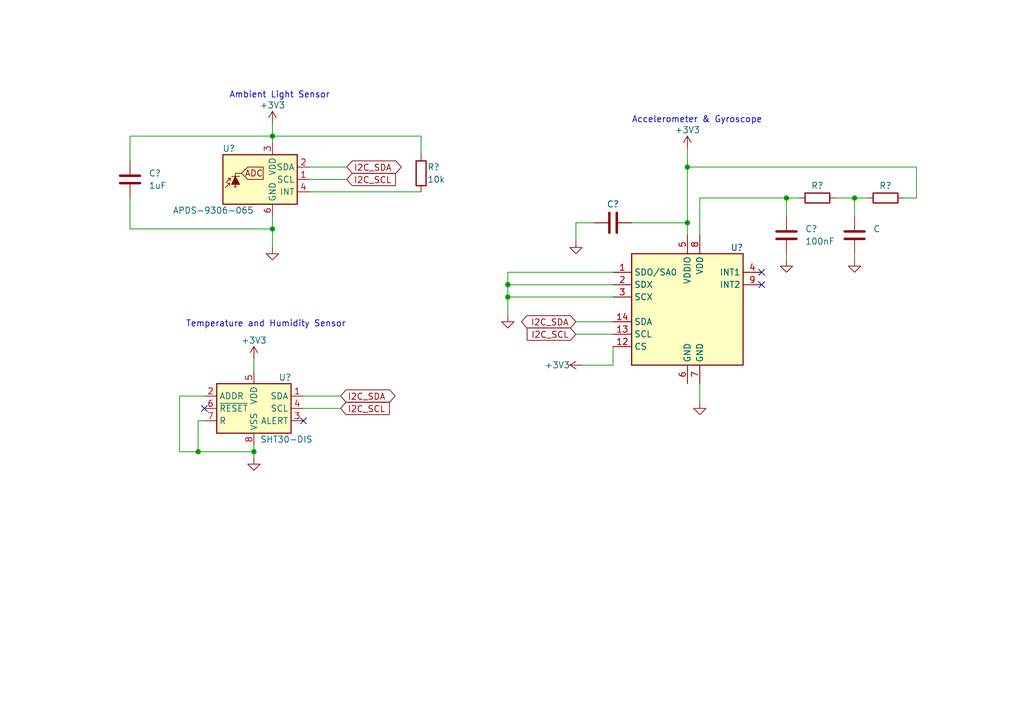
<source format=kicad_sch>
(kicad_sch (version 20211123) (generator eeschema)
  (paper "A5")
  (lib_symbols
    (symbol "Device:C" (pin_numbers hide) (pin_names (offset 0.254))
      (property "Reference" "C" (at 0.635 2.54 0))
      (property "Value" "C" (at 0.635 -2.54 0))
      (symbol "C_0_1"
        (polyline (pts (xy -2.032 -0.762) (xy 2.032 -0.762)) (stroke (width 0.508)))
        (polyline (pts (xy -2.032 0.762) (xy 2.032 0.762)) (stroke (width 0.508)))
      )
      (symbol "C_1_1"
        (pin passive line (at 0 3.81 270) (length 2.794) (name "~") (number "1"))
        (pin passive line (at 0 -3.81 90) (length 2.794) (name "~") (number "2"))
      )
    )
    (symbol "Device:R" (pin_numbers hide) (pin_names (offset 0))
      (property "Reference" "R" (at 2.032 0 90))
      (property "Value" "R" (at 0 0 90))
      (symbol "R_0_1"
        (rectangle (start -1.016 -2.54) (end 1.016 2.54) (stroke (width 0.254)))
      )
      (symbol "R_1_1"
        (pin passive line (at 0 3.81 270) (length 1.27) (name "~") (number "1"))
        (pin passive line (at 0 -3.81 90) (length 1.27) (name "~") (number "2"))
      )
    )
    (symbol "Sensor_Humidity:SHT30-DIS"
      (property "Reference" "U" (at -6.35 6.35 0))
      (property "Value" "SHT30-DIS" (at 6.35 6.35 0))
      (symbol "SHT30-DIS_0_1"
        (rectangle (start -7.62 5.08) (end 7.62 -5.08) (stroke (width 0.254)) (fill (type background)))
      )
      (symbol "SHT30-DIS_1_1"
        (pin bidirectional line (at 10.16 2.54 180) (length 2.54) (name "SDA") (number "1"))
        (pin input line (at -10.16 2.54 0) (length 2.54) (name "ADDR") (number "2"))
        (pin output line (at 10.16 -2.54 180) (length 2.54) (name "ALERT") (number "3"))
        (pin input line (at 10.16 0 180) (length 2.54) (name "SCL") (number "4"))
        (pin power_in line (at 0 7.62 270) (length 2.54) (name "VDD") (number "5"))
        (pin input line (at -10.16 0 0) (length 2.54) (name "~{RESET}") (number "6"))
        (pin passive line (at -10.16 -2.54 0) (length 2.54) (name "R") (number "7"))
        (pin power_in line (at 0 -7.62 90) (length 2.54) (name "VSS") (number "8"))
        (pin passive line (at 0 -7.62 90) (length 2.54) hide (name "VSS") (number "9"))
      )
    )
    (symbol "Sensor_Motion:LSM6DS3"
      (property "Reference" "U" (at -11.43 15.24 0))
      (property "Value" "LSM6DS3" (at -11.43 12.7 0))
      (symbol "LSM6DS3_0_1"
        (rectangle (start 11.43 11.43) (end -11.43 -11.43) (stroke (width 0.254)) (fill (type background)))
      )
      (symbol "LSM6DS3_1_1"
        (pin bidirectional line (at -15.24 7.62 0) (length 3.81) (name "SDO/SA0") (number "1"))
        (pin no_connect line (at 10.16 -5.08 180) (length 3.81) hide (name "NC") (number "10"))
        (pin no_connect line (at 10.16 -2.54 180) (length 3.81) hide (name "NC") (number "11"))
        (pin input line (at -15.24 -7.62 0) (length 3.81) (name "CS") (number "12"))
        (pin input line (at -15.24 -5.08 0) (length 3.81) (name "SCL") (number "13"))
        (pin bidirectional line (at -15.24 -2.54 0) (length 3.81) (name "SDA") (number "14"))
        (pin bidirectional line (at -15.24 5.08 0) (length 3.81) (name "SDX") (number "2"))
        (pin input line (at -15.24 2.54 0) (length 3.81) (name "SCX") (number "3"))
        (pin output line (at 15.24 7.62 180) (length 3.81) (name "INT1") (number "4"))
        (pin power_in line (at 0 15.24 270) (length 3.81) (name "VDDIO") (number "5"))
        (pin power_in line (at 0 -15.24 90) (length 3.81) (name "GND") (number "6"))
        (pin power_in line (at 2.54 -15.24 90) (length 3.81) (name "GND") (number "7"))
        (pin power_in line (at 2.54 15.24 270) (length 3.81) (name "VDD") (number "8"))
        (pin output line (at 15.24 5.08 180) (length 3.81) (name "INT2") (number "9"))
      )
    )
    (symbol "Sensor_Optical:APDS-9306-065"
      (property "Reference" "U" (at -6.35 6.35 0))
      (property "Value" "APDS-9306-065" (at 3.81 6.35 0))
      (symbol "APDS-9306-065_0_0"
        (polyline (pts (xy -3.81 1.27) (xy -2.54 2.54) (xy 0.635 2.54) (xy 0.635 0) (xy -2.54 0) (xy -3.81 1.27)))
        (text "ADC" (at -1.27 1.27 0) (effects (font (size 1.27 1.27))))
      )
      (symbol "APDS-9306-065_0_1"
        (rectangle (start -7.62 5.08) (end 7.62 -5.08) (stroke (width 0.254)) (fill (type background)))
      )
      (symbol "APDS-9306-065_1_0"
        (polyline (pts (xy -5.08 -1.524) (xy -5.08 1.27) (xy -3.81 1.27)))
      )
      (symbol "APDS-9306-065_1_1"
        (polyline (pts (xy -6.223 -0.762) (xy -7.112 -1.651)))
        (polyline (pts (xy -6.223 -0.762) (xy -6.731 -0.762)))
        (polyline (pts (xy -6.223 -0.762) (xy -6.223 -1.27)))
        (polyline (pts (xy -6.096 0.254) (xy -6.985 -0.635)))
        (polyline (pts (xy -6.096 0.254) (xy -6.604 0.254)))
        (polyline (pts (xy -6.096 0.254) (xy -6.096 -0.254)))
        (polyline (pts (xy -5.842 0.635) (xy -4.191 0.635)))
        (polyline (pts (xy -4.826 -1.524) (xy -5.334 -1.524)))
        (polyline (pts (xy -5.842 -1.016) (xy -4.191 -1.016) (xy -5.08 0.635) (xy -5.842 -1.016)) (fill (type outline)))
        (pin input line (at 10.16 0 180) (length 2.54) (name "SCL") (number "1"))
        (pin bidirectional line (at 10.16 2.54 180) (length 2.54) (name "SDA") (number "2"))
        (pin power_in line (at 2.54 7.62 270) (length 2.54) (name "VDD") (number "3"))
        (pin open_collector line (at 10.16 -2.54 180) (length 2.54) (name "INT") (number "4"))
        (pin no_connect line (at -7.62 2.54 0) (length 2.54) hide (name "NC") (number "5"))
        (pin power_in line (at 2.54 -7.62 90) (length 2.54) (name "GND") (number "6"))
      )
    )
    (symbol "power:+3.3V" (power) (pin_names (offset 0))
      (property "Value" "+3.3V" (at 0 3.556 0))
      (symbol "+3.3V_0_1"
        (polyline (pts (xy -0.762 1.27) (xy 0 2.54)))
        (polyline (pts (xy 0 0) (xy 0 2.54)))
        (polyline (pts (xy 0 2.54) (xy 0.762 1.27)))
      )
      (symbol "+3.3V_1_1"
        (pin power_in line (at 0 0 90) (length 0) hide (name "+3V3") (number "1"))
      )
    )
    (symbol "power:GND" (power) (pin_names (offset 0))
      (property "Value" "GND" (at 0 -3.81 0))
      (symbol "GND_0_1"
        (polyline (pts (xy 0 0) (xy 0 -1.27) (xy 1.27 -1.27) (xy 0 -2.54) (xy -1.27 -1.27) (xy 0 -1.27)))
      )
      (symbol "GND_1_1"
        (pin power_in line (at 0 0 270) (length 0) hide (name "GND") (number "1"))
      )
    )
  )
  (junction (at 140.97 45.72))
  (junction (at 175.26 40.64))
  (junction (at 140.97 34.29))
  (junction (at 55.88 46.99))
  (junction (at 52.07 92.71))
  (junction (at 55.88 27.94))
  (junction (at 161.29 40.64))
  (junction (at 104.14 58.42))
  (junction (at 40.64 92.71))
  (junction (at 104.14 60.96))
  (no_connect (at 156.21 58.42))
  (no_connect (at 156.21 55.88))
  (no_connect (at 62.23 86.36))
  (no_connect (at 41.91 83.82))
  (wire (pts (xy 175.26 40.64) (xy 171.45 40.64)))
  (wire (pts (xy 104.14 58.42) (xy 125.73 58.42)))
  (wire (pts (xy 63.5 39.37) (xy 86.36 39.37)))
  (wire (pts (xy 52.07 92.71) (xy 52.07 93.98)))
  (wire (pts (xy 26.67 27.94) (xy 26.67 33.02)))
  (wire (pts (xy 55.88 25.4) (xy 55.88 27.94)))
  (wire (pts (xy 52.07 91.44) (xy 52.07 92.71)))
  (wire (pts (xy 104.14 60.96) (xy 125.73 60.96)))
  (wire (pts (xy 62.23 83.82) (xy 69.85 83.82)))
  (wire (pts (xy 26.67 46.99) (xy 55.88 46.99)))
  (wire (pts (xy 63.5 34.29) (xy 71.12 34.29)))
  (wire (pts (xy 125.73 68.58) (xy 118.11 68.58)))
  (wire (pts (xy 163.83 40.64) (xy 161.29 40.64)))
  (wire (pts (xy 55.88 27.94) (xy 86.36 27.94)))
  (wire (pts (xy 104.14 64.77) (xy 104.14 60.96)))
  (wire (pts (xy 104.14 55.88) (xy 104.14 58.42)))
  (wire (pts (xy 55.88 27.94) (xy 55.88 29.21)))
  (wire (pts (xy 62.23 81.28) (xy 69.85 81.28)))
  (wire (pts (xy 175.26 44.45) (xy 175.26 40.64)))
  (wire (pts (xy 175.26 40.64) (xy 177.8 40.64)))
  (wire (pts (xy 140.97 48.26) (xy 140.97 45.72)))
  (wire (pts (xy 125.73 66.04) (xy 118.11 66.04)))
  (wire (pts (xy 143.51 78.74) (xy 143.51 82.55)))
  (wire (pts (xy 26.67 27.94) (xy 55.88 27.94)))
  (wire (pts (xy 187.96 40.64) (xy 187.96 34.29)))
  (wire (pts (xy 36.83 81.28) (xy 36.83 92.71)))
  (wire (pts (xy 187.96 34.29) (xy 140.97 34.29)))
  (wire (pts (xy 41.91 81.28) (xy 36.83 81.28)))
  (wire (pts (xy 104.14 58.42) (xy 104.14 60.96)))
  (wire (pts (xy 140.97 30.48) (xy 140.97 34.29)))
  (wire (pts (xy 104.14 55.88) (xy 125.73 55.88)))
  (wire (pts (xy 55.88 46.99) (xy 55.88 50.8)))
  (wire (pts (xy 26.67 40.64) (xy 26.67 46.99)))
  (wire (pts (xy 63.5 36.83) (xy 71.12 36.83)))
  (wire (pts (xy 40.64 86.36) (xy 40.64 92.71)))
  (wire (pts (xy 185.42 40.64) (xy 187.96 40.64)))
  (wire (pts (xy 143.51 48.26) (xy 143.51 40.64)))
  (wire (pts (xy 140.97 34.29) (xy 140.97 45.72)))
  (wire (pts (xy 118.11 45.72) (xy 121.92 45.72)))
  (wire (pts (xy 118.11 45.72) (xy 118.11 49.53)))
  (wire (pts (xy 52.07 73.66) (xy 52.07 76.2)))
  (wire (pts (xy 36.83 92.71) (xy 40.64 92.71)))
  (wire (pts (xy 161.29 40.64) (xy 161.29 44.45)))
  (wire (pts (xy 125.73 71.12) (xy 125.73 74.93)))
  (wire (pts (xy 143.51 40.64) (xy 161.29 40.64)))
  (wire (pts (xy 161.29 53.34) (xy 161.29 52.07)))
  (wire (pts (xy 119.38 74.93) (xy 125.73 74.93)))
  (wire (pts (xy 40.64 92.71) (xy 52.07 92.71)))
  (wire (pts (xy 41.91 86.36) (xy 40.64 86.36)))
  (wire (pts (xy 140.97 45.72) (xy 129.54 45.72)))
  (wire (pts (xy 86.36 27.94) (xy 86.36 31.75)))
  (wire (pts (xy 55.88 44.45) (xy 55.88 46.99)))
  (wire (pts (xy 175.26 52.07) (xy 175.26 53.34)))
  (text "Temperature and Humidity Sensor" (at 38.1 67.31 0) (effects (font (size 1.27 1.27)) (justify left bottom)))
  (text "Accelerometer & Gyroscope" (at 129.54 25.4 0) (effects (font (size 1.27 1.27)) (justify left bottom)))
  (text "Ambient Light Sensor" (at 46.99 20.32 0) (effects (font (size 1.27 1.27)) (justify left bottom)))
  (global_label "I2C_SDA" (shape bidirectional) (at 71.12 34.29 0) (property "Intersheet References" "${INTERSHEET_REFS}" (effects hide)))
  (global_label "I2C_SCL" (shape input) (at 71.12 36.83 0) (property "Intersheet References" "${INTERSHEET_REFS}" (effects hide)))
  (global_label "I2C_SDA" (shape bidirectional) (at 69.85 81.28 0) (property "Intersheet References" "${INTERSHEET_REFS}" (effects hide)))
  (global_label "I2C_SCL" (shape input) (at 118.11 68.58 180) (property "Intersheet References" "${INTERSHEET_REFS}" (effects hide)))
  (global_label "I2C_SDA" (shape bidirectional) (at 118.11 66.04 180) (property "Intersheet References" "${INTERSHEET_REFS}" (effects hide)))
  (global_label "I2C_SCL" (shape input) (at 69.85 83.82 0) (property "Intersheet References" "${INTERSHEET_REFS}" (effects hide)))
  (symbol (lib_id "power:GND") (at 118.11 49.53 0) (unit 1)
    (property "Reference" "#PWR?" (effects hide))
    (property "Value" "GND" (effects hide))
  )
  (symbol (lib_id "power:GND") (at 161.29 53.34 0) (unit 1)
    (property "Reference" "#PWR?" (effects hide))
    (property "Value" "GND" (effects hide))
  )
  (symbol (lib_id "Device:C") (at 26.67 36.83 0) (unit 1)
    (property "Reference" "C?" (at 30.48 35.5599 0) (effects (justify left)))
    (property "Value" "1uF" (at 30.48 38.0999 0) (effects (justify left)))
  )
  (symbol (lib_id "power:GND") (at 55.88 50.8 0) (unit 1)
    (property "Reference" "#PWR?" (effects hide))
    (property "Value" "GND" (effects hide))
  )
  (symbol (lib_id "power:+3.3V") (at 55.88 25.4 0) (unit 1)
    (property "Reference" "#PWR?" (effects hide))
    (property "Value" "+3.3V" (at 55.88 21.59 0))
  )
  (symbol (lib_id "power:+3.3V") (at 119.38 74.93 90) (unit 1)
    (property "Reference" "#PWR?" (effects hide))
    (property "Value" "+3.3V" (at 114.3 74.93 90))
  )
  (symbol (lib_id "Sensor_Humidity:SHT30-DIS") (at 52.07 83.82 0) (unit 1)
    (property "Reference" "U?" (at 57.15 77.47 0) (effects (justify left)))
    (property "Value" "SHT30-DIS" (at 53.34 90.17 0) (effects (justify left)))
    (property "Footprint" "Sensor_Humidity:Sensirion_DFN-8-1EP_2.5x2.5mm_P0.5mm_EP1.1x1.7mm" (effects hide))
    (property "Datasheet" "https://www.sensirion.com/fileadmin/user_upload/customers/sensirion/Dokumente/2_Humidity_Sensors/Datasheets/Sensirion_Humidity_Sensors_SHT3x_Datasheet_digital.pdf" (effects hide))
  )
  (symbol (lib_id "power:+3.3V") (at 140.97 30.48 0) (unit 1)
    (property "Reference" "#PWR?" (effects hide))
    (property "Value" "+3.3V" (at 140.97 26.67 0))
  )
  (symbol (lib_id "power:GND") (at 52.07 93.98 0) (unit 1)
    (property "Reference" "#PWR?" (effects hide))
    (property "Value" "GND" (effects hide))
  )
  (symbol (lib_id "Device:R") (at 86.36 35.56 0) (unit 1)
    (property "Reference" "R?" (at 87.63 34.29 0) (effects (justify left)))
    (property "Value" "10k" (at 87.63 36.83 0) (effects (justify left)))
  )
  (symbol (lib_id "Sensor_Optical:APDS-9306-065") (at 53.34 36.83 0) (unit 1)
    (property "Reference" "U?" (at 48.26 30.48 0) (effects (justify right)))
    (property "Value" "APDS-9306-065" (at 52.07 43.18 0) (effects (justify right)))
    (property "Footprint" "OptoDevice:Broadcom_DFN-6_2x2mm_P0.65mm" (effects hide))
    (property "Datasheet" "https://docs.broadcom.com/docs/AV02-4755EN" (effects hide))
  )
  (symbol (lib_id "Device:C") (at 161.29 48.26 180) (unit 1)
    (property "Reference" "C?" (at 165.1 46.9899 0) (effects (justify right)))
    (property "Value" "100nF" (at 165.1 49.5299 0) (effects (justify right)))
  )
  (symbol (lib_id "power:+3.3V") (at 52.07 73.66 0) (unit 1)
    (property "Reference" "#PWR?" (effects hide))
    (property "Value" "+3.3V" (at 52.07 69.85 0))
  )
  (symbol (lib_id "power:GND") (at 104.14 64.77 0) (unit 1)
    (property "Reference" "#PWR?" (effects hide))
    (property "Value" "GND" (effects hide))
  )
  (symbol (lib_id "Device:R") (at 167.64 40.64 90) (unit 1)
    (property "Reference" "R?" (at 168.91 38.1 90) (effects (justify left)))
  )
  (symbol (lib_id "power:GND") (at 175.26 53.34 0) (unit 1)
    (property "Reference" "#PWR?" (effects hide))
    (property "Value" "GND" (effects hide))
  )
  (symbol (lib_id "Device:C") (at 175.26 48.26 180) (unit 1)
    (property "Reference" "C" (at 179.07 46.9899 0) (effects (justify right)))
  )
  (symbol (lib_id "Device:R") (at 181.61 40.64 90) (unit 1)
    (property "Reference" "R?" (at 182.88 38.1 90) (effects (justify left)))
  )
  (symbol (lib_id "Sensor_Motion:LSM6DS3") (at 140.97 63.5 0) (unit 1)
    (property "Reference" "U?" (at 151.13 50.8 0))
    (property "Datasheet" "www.st.com/resource/en/datasheet/lsm6ds3.pdf" (effects hide))
  )
  (symbol (lib_id "Device:C") (at 125.73 45.72 90) (unit 1)
    (property "Reference" "C?" (at 127 41.91 90) (effects (justify left)))
  )
  (symbol (lib_id "power:GND") (at 143.51 82.55 0) (unit 1)
    (property "Reference" "#PWR?" (effects hide))
    (property "Value" "GND" (effects hide))
  )
)
</source>
